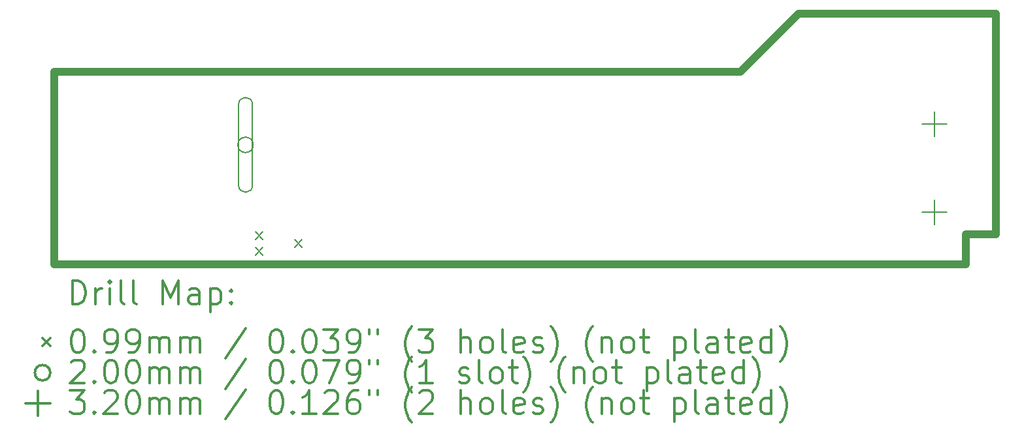
<source format=gbr>
%FSLAX45Y45*%
G04 Gerber Fmt 4.5, Leading zero omitted, Abs format (unit mm)*
G04 Created by KiCad (PCBNEW 5.1.9-73d0e3b20d~88~ubuntu20.04.1) date 2021-01-24 23:06:21*
%MOMM*%
%LPD*%
G01*
G04 APERTURE LIST*
%TA.AperFunction,Profile*%
%ADD10C,1.000000*%
%TD*%
%ADD11C,0.200000*%
%ADD12C,0.300000*%
G04 APERTURE END LIST*
D10*
X11810000Y390000D02*
X12200000Y390000D01*
X11810000Y0D02*
X11810000Y390000D01*
X0Y0D02*
X0Y2500000D01*
X12200000Y3250000D02*
X9645000Y3250000D01*
X8895000Y2500000D02*
X9645000Y3250000D01*
X0Y2500000D02*
X8895000Y2500000D01*
X12200000Y3250000D02*
X12200000Y390000D01*
X11810000Y0D02*
X0Y0D01*
D11*
X2606470Y421130D02*
X2705530Y322070D01*
X2705530Y421130D02*
X2606470Y322070D01*
X2606470Y217930D02*
X2705530Y118870D01*
X2705530Y217930D02*
X2606470Y118870D01*
X3114470Y319530D02*
X3213530Y220470D01*
X3213530Y319530D02*
X3114470Y220470D01*
X2580000Y1550000D02*
G75*
G03*
X2580000Y1550000I-100000J0D01*
G01*
X2570000Y1025000D02*
X2570000Y2075000D01*
X2390000Y1025000D02*
X2390000Y2075000D01*
X2570000Y2075000D02*
G75*
G03*
X2390000Y2075000I-90000J0D01*
G01*
X2390000Y1025000D02*
G75*
G03*
X2570000Y1025000I90000J0D01*
G01*
X11409000Y1983000D02*
X11409000Y1663000D01*
X11249000Y1823000D02*
X11569000Y1823000D01*
X11409000Y840000D02*
X11409000Y520000D01*
X11249000Y680000D02*
X11569000Y680000D01*
D12*
X236428Y-515714D02*
X236428Y-215714D01*
X307857Y-215714D01*
X350714Y-230000D01*
X379286Y-258571D01*
X393571Y-287143D01*
X407857Y-344286D01*
X407857Y-387143D01*
X393571Y-444286D01*
X379286Y-472857D01*
X350714Y-501429D01*
X307857Y-515714D01*
X236428Y-515714D01*
X536428Y-515714D02*
X536428Y-315714D01*
X536428Y-372857D02*
X550714Y-344286D01*
X565000Y-330000D01*
X593571Y-315714D01*
X622143Y-315714D01*
X722143Y-515714D02*
X722143Y-315714D01*
X722143Y-215714D02*
X707857Y-230000D01*
X722143Y-244286D01*
X736428Y-230000D01*
X722143Y-215714D01*
X722143Y-244286D01*
X907857Y-515714D02*
X879286Y-501429D01*
X865000Y-472857D01*
X865000Y-215714D01*
X1065000Y-515714D02*
X1036428Y-501429D01*
X1022143Y-472857D01*
X1022143Y-215714D01*
X1407857Y-515714D02*
X1407857Y-215714D01*
X1507857Y-430000D01*
X1607857Y-215714D01*
X1607857Y-515714D01*
X1879286Y-515714D02*
X1879286Y-358571D01*
X1865000Y-330000D01*
X1836428Y-315714D01*
X1779286Y-315714D01*
X1750714Y-330000D01*
X1879286Y-501429D02*
X1850714Y-515714D01*
X1779286Y-515714D01*
X1750714Y-501429D01*
X1736428Y-472857D01*
X1736428Y-444286D01*
X1750714Y-415714D01*
X1779286Y-401429D01*
X1850714Y-401429D01*
X1879286Y-387143D01*
X2022143Y-315714D02*
X2022143Y-615714D01*
X2022143Y-330000D02*
X2050714Y-315714D01*
X2107857Y-315714D01*
X2136428Y-330000D01*
X2150714Y-344286D01*
X2165000Y-372857D01*
X2165000Y-458571D01*
X2150714Y-487143D01*
X2136428Y-501429D01*
X2107857Y-515714D01*
X2050714Y-515714D01*
X2022143Y-501429D01*
X2293571Y-487143D02*
X2307857Y-501429D01*
X2293571Y-515714D01*
X2279286Y-501429D01*
X2293571Y-487143D01*
X2293571Y-515714D01*
X2293571Y-330000D02*
X2307857Y-344286D01*
X2293571Y-358571D01*
X2279286Y-344286D01*
X2293571Y-330000D01*
X2293571Y-358571D01*
X-149060Y-960470D02*
X-50000Y-1059530D01*
X-50000Y-960470D02*
X-149060Y-1059530D01*
X293571Y-845714D02*
X322143Y-845714D01*
X350714Y-860000D01*
X365000Y-874286D01*
X379286Y-902857D01*
X393571Y-960000D01*
X393571Y-1031429D01*
X379286Y-1088572D01*
X365000Y-1117143D01*
X350714Y-1131429D01*
X322143Y-1145714D01*
X293571Y-1145714D01*
X265000Y-1131429D01*
X250714Y-1117143D01*
X236428Y-1088572D01*
X222143Y-1031429D01*
X222143Y-960000D01*
X236428Y-902857D01*
X250714Y-874286D01*
X265000Y-860000D01*
X293571Y-845714D01*
X522143Y-1117143D02*
X536428Y-1131429D01*
X522143Y-1145714D01*
X507857Y-1131429D01*
X522143Y-1117143D01*
X522143Y-1145714D01*
X679286Y-1145714D02*
X736428Y-1145714D01*
X765000Y-1131429D01*
X779286Y-1117143D01*
X807857Y-1074286D01*
X822143Y-1017143D01*
X822143Y-902857D01*
X807857Y-874286D01*
X793571Y-860000D01*
X765000Y-845714D01*
X707857Y-845714D01*
X679286Y-860000D01*
X665000Y-874286D01*
X650714Y-902857D01*
X650714Y-974286D01*
X665000Y-1002857D01*
X679286Y-1017143D01*
X707857Y-1031429D01*
X765000Y-1031429D01*
X793571Y-1017143D01*
X807857Y-1002857D01*
X822143Y-974286D01*
X965000Y-1145714D02*
X1022143Y-1145714D01*
X1050714Y-1131429D01*
X1065000Y-1117143D01*
X1093571Y-1074286D01*
X1107857Y-1017143D01*
X1107857Y-902857D01*
X1093571Y-874286D01*
X1079286Y-860000D01*
X1050714Y-845714D01*
X993571Y-845714D01*
X965000Y-860000D01*
X950714Y-874286D01*
X936428Y-902857D01*
X936428Y-974286D01*
X950714Y-1002857D01*
X965000Y-1017143D01*
X993571Y-1031429D01*
X1050714Y-1031429D01*
X1079286Y-1017143D01*
X1093571Y-1002857D01*
X1107857Y-974286D01*
X1236428Y-1145714D02*
X1236428Y-945714D01*
X1236428Y-974286D02*
X1250714Y-960000D01*
X1279286Y-945714D01*
X1322143Y-945714D01*
X1350714Y-960000D01*
X1365000Y-988571D01*
X1365000Y-1145714D01*
X1365000Y-988571D02*
X1379286Y-960000D01*
X1407857Y-945714D01*
X1450714Y-945714D01*
X1479286Y-960000D01*
X1493571Y-988571D01*
X1493571Y-1145714D01*
X1636428Y-1145714D02*
X1636428Y-945714D01*
X1636428Y-974286D02*
X1650714Y-960000D01*
X1679286Y-945714D01*
X1722143Y-945714D01*
X1750714Y-960000D01*
X1765000Y-988571D01*
X1765000Y-1145714D01*
X1765000Y-988571D02*
X1779286Y-960000D01*
X1807857Y-945714D01*
X1850714Y-945714D01*
X1879286Y-960000D01*
X1893571Y-988571D01*
X1893571Y-1145714D01*
X2479286Y-831429D02*
X2222143Y-1217143D01*
X2865000Y-845714D02*
X2893571Y-845714D01*
X2922143Y-860000D01*
X2936428Y-874286D01*
X2950714Y-902857D01*
X2965000Y-960000D01*
X2965000Y-1031429D01*
X2950714Y-1088572D01*
X2936428Y-1117143D01*
X2922143Y-1131429D01*
X2893571Y-1145714D01*
X2865000Y-1145714D01*
X2836428Y-1131429D01*
X2822143Y-1117143D01*
X2807857Y-1088572D01*
X2793571Y-1031429D01*
X2793571Y-960000D01*
X2807857Y-902857D01*
X2822143Y-874286D01*
X2836428Y-860000D01*
X2865000Y-845714D01*
X3093571Y-1117143D02*
X3107857Y-1131429D01*
X3093571Y-1145714D01*
X3079286Y-1131429D01*
X3093571Y-1117143D01*
X3093571Y-1145714D01*
X3293571Y-845714D02*
X3322143Y-845714D01*
X3350714Y-860000D01*
X3365000Y-874286D01*
X3379286Y-902857D01*
X3393571Y-960000D01*
X3393571Y-1031429D01*
X3379286Y-1088572D01*
X3365000Y-1117143D01*
X3350714Y-1131429D01*
X3322143Y-1145714D01*
X3293571Y-1145714D01*
X3265000Y-1131429D01*
X3250714Y-1117143D01*
X3236428Y-1088572D01*
X3222143Y-1031429D01*
X3222143Y-960000D01*
X3236428Y-902857D01*
X3250714Y-874286D01*
X3265000Y-860000D01*
X3293571Y-845714D01*
X3493571Y-845714D02*
X3679286Y-845714D01*
X3579286Y-960000D01*
X3622143Y-960000D01*
X3650714Y-974286D01*
X3665000Y-988571D01*
X3679286Y-1017143D01*
X3679286Y-1088572D01*
X3665000Y-1117143D01*
X3650714Y-1131429D01*
X3622143Y-1145714D01*
X3536428Y-1145714D01*
X3507857Y-1131429D01*
X3493571Y-1117143D01*
X3822143Y-1145714D02*
X3879286Y-1145714D01*
X3907857Y-1131429D01*
X3922143Y-1117143D01*
X3950714Y-1074286D01*
X3965000Y-1017143D01*
X3965000Y-902857D01*
X3950714Y-874286D01*
X3936428Y-860000D01*
X3907857Y-845714D01*
X3850714Y-845714D01*
X3822143Y-860000D01*
X3807857Y-874286D01*
X3793571Y-902857D01*
X3793571Y-974286D01*
X3807857Y-1002857D01*
X3822143Y-1017143D01*
X3850714Y-1031429D01*
X3907857Y-1031429D01*
X3936428Y-1017143D01*
X3950714Y-1002857D01*
X3965000Y-974286D01*
X4079286Y-845714D02*
X4079286Y-902857D01*
X4193571Y-845714D02*
X4193571Y-902857D01*
X4636428Y-1260000D02*
X4622143Y-1245714D01*
X4593571Y-1202857D01*
X4579286Y-1174286D01*
X4565000Y-1131429D01*
X4550714Y-1060000D01*
X4550714Y-1002857D01*
X4565000Y-931429D01*
X4579286Y-888571D01*
X4593571Y-860000D01*
X4622143Y-817143D01*
X4636428Y-802857D01*
X4722143Y-845714D02*
X4907857Y-845714D01*
X4807857Y-960000D01*
X4850714Y-960000D01*
X4879286Y-974286D01*
X4893571Y-988571D01*
X4907857Y-1017143D01*
X4907857Y-1088572D01*
X4893571Y-1117143D01*
X4879286Y-1131429D01*
X4850714Y-1145714D01*
X4765000Y-1145714D01*
X4736428Y-1131429D01*
X4722143Y-1117143D01*
X5265000Y-1145714D02*
X5265000Y-845714D01*
X5393571Y-1145714D02*
X5393571Y-988571D01*
X5379286Y-960000D01*
X5350714Y-945714D01*
X5307857Y-945714D01*
X5279286Y-960000D01*
X5265000Y-974286D01*
X5579286Y-1145714D02*
X5550714Y-1131429D01*
X5536428Y-1117143D01*
X5522143Y-1088572D01*
X5522143Y-1002857D01*
X5536428Y-974286D01*
X5550714Y-960000D01*
X5579286Y-945714D01*
X5622143Y-945714D01*
X5650714Y-960000D01*
X5665000Y-974286D01*
X5679286Y-1002857D01*
X5679286Y-1088572D01*
X5665000Y-1117143D01*
X5650714Y-1131429D01*
X5622143Y-1145714D01*
X5579286Y-1145714D01*
X5850714Y-1145714D02*
X5822143Y-1131429D01*
X5807857Y-1102857D01*
X5807857Y-845714D01*
X6079286Y-1131429D02*
X6050714Y-1145714D01*
X5993571Y-1145714D01*
X5965000Y-1131429D01*
X5950714Y-1102857D01*
X5950714Y-988571D01*
X5965000Y-960000D01*
X5993571Y-945714D01*
X6050714Y-945714D01*
X6079286Y-960000D01*
X6093571Y-988571D01*
X6093571Y-1017143D01*
X5950714Y-1045714D01*
X6207857Y-1131429D02*
X6236428Y-1145714D01*
X6293571Y-1145714D01*
X6322143Y-1131429D01*
X6336428Y-1102857D01*
X6336428Y-1088572D01*
X6322143Y-1060000D01*
X6293571Y-1045714D01*
X6250714Y-1045714D01*
X6222143Y-1031429D01*
X6207857Y-1002857D01*
X6207857Y-988571D01*
X6222143Y-960000D01*
X6250714Y-945714D01*
X6293571Y-945714D01*
X6322143Y-960000D01*
X6436428Y-1260000D02*
X6450714Y-1245714D01*
X6479286Y-1202857D01*
X6493571Y-1174286D01*
X6507857Y-1131429D01*
X6522143Y-1060000D01*
X6522143Y-1002857D01*
X6507857Y-931429D01*
X6493571Y-888571D01*
X6479286Y-860000D01*
X6450714Y-817143D01*
X6436428Y-802857D01*
X6979286Y-1260000D02*
X6965000Y-1245714D01*
X6936428Y-1202857D01*
X6922143Y-1174286D01*
X6907857Y-1131429D01*
X6893571Y-1060000D01*
X6893571Y-1002857D01*
X6907857Y-931429D01*
X6922143Y-888571D01*
X6936428Y-860000D01*
X6965000Y-817143D01*
X6979286Y-802857D01*
X7093571Y-945714D02*
X7093571Y-1145714D01*
X7093571Y-974286D02*
X7107857Y-960000D01*
X7136428Y-945714D01*
X7179286Y-945714D01*
X7207857Y-960000D01*
X7222143Y-988571D01*
X7222143Y-1145714D01*
X7407857Y-1145714D02*
X7379286Y-1131429D01*
X7365000Y-1117143D01*
X7350714Y-1088572D01*
X7350714Y-1002857D01*
X7365000Y-974286D01*
X7379286Y-960000D01*
X7407857Y-945714D01*
X7450714Y-945714D01*
X7479286Y-960000D01*
X7493571Y-974286D01*
X7507857Y-1002857D01*
X7507857Y-1088572D01*
X7493571Y-1117143D01*
X7479286Y-1131429D01*
X7450714Y-1145714D01*
X7407857Y-1145714D01*
X7593571Y-945714D02*
X7707857Y-945714D01*
X7636428Y-845714D02*
X7636428Y-1102857D01*
X7650714Y-1131429D01*
X7679286Y-1145714D01*
X7707857Y-1145714D01*
X8036428Y-945714D02*
X8036428Y-1245714D01*
X8036428Y-960000D02*
X8065000Y-945714D01*
X8122143Y-945714D01*
X8150714Y-960000D01*
X8165000Y-974286D01*
X8179286Y-1002857D01*
X8179286Y-1088572D01*
X8165000Y-1117143D01*
X8150714Y-1131429D01*
X8122143Y-1145714D01*
X8065000Y-1145714D01*
X8036428Y-1131429D01*
X8350714Y-1145714D02*
X8322143Y-1131429D01*
X8307857Y-1102857D01*
X8307857Y-845714D01*
X8593571Y-1145714D02*
X8593571Y-988571D01*
X8579286Y-960000D01*
X8550714Y-945714D01*
X8493571Y-945714D01*
X8465000Y-960000D01*
X8593571Y-1131429D02*
X8565000Y-1145714D01*
X8493571Y-1145714D01*
X8465000Y-1131429D01*
X8450714Y-1102857D01*
X8450714Y-1074286D01*
X8465000Y-1045714D01*
X8493571Y-1031429D01*
X8565000Y-1031429D01*
X8593571Y-1017143D01*
X8693571Y-945714D02*
X8807857Y-945714D01*
X8736428Y-845714D02*
X8736428Y-1102857D01*
X8750714Y-1131429D01*
X8779286Y-1145714D01*
X8807857Y-1145714D01*
X9022143Y-1131429D02*
X8993571Y-1145714D01*
X8936428Y-1145714D01*
X8907857Y-1131429D01*
X8893571Y-1102857D01*
X8893571Y-988571D01*
X8907857Y-960000D01*
X8936428Y-945714D01*
X8993571Y-945714D01*
X9022143Y-960000D01*
X9036428Y-988571D01*
X9036428Y-1017143D01*
X8893571Y-1045714D01*
X9293571Y-1145714D02*
X9293571Y-845714D01*
X9293571Y-1131429D02*
X9265000Y-1145714D01*
X9207857Y-1145714D01*
X9179286Y-1131429D01*
X9165000Y-1117143D01*
X9150714Y-1088572D01*
X9150714Y-1002857D01*
X9165000Y-974286D01*
X9179286Y-960000D01*
X9207857Y-945714D01*
X9265000Y-945714D01*
X9293571Y-960000D01*
X9407857Y-1260000D02*
X9422143Y-1245714D01*
X9450714Y-1202857D01*
X9465000Y-1174286D01*
X9479286Y-1131429D01*
X9493571Y-1060000D01*
X9493571Y-1002857D01*
X9479286Y-931429D01*
X9465000Y-888571D01*
X9450714Y-860000D01*
X9422143Y-817143D01*
X9407857Y-802857D01*
X-50000Y-1406000D02*
G75*
G03*
X-50000Y-1406000I-100000J0D01*
G01*
X222143Y-1270286D02*
X236428Y-1256000D01*
X265000Y-1241714D01*
X336428Y-1241714D01*
X365000Y-1256000D01*
X379286Y-1270286D01*
X393571Y-1298857D01*
X393571Y-1327429D01*
X379286Y-1370286D01*
X207857Y-1541714D01*
X393571Y-1541714D01*
X522143Y-1513143D02*
X536428Y-1527429D01*
X522143Y-1541714D01*
X507857Y-1527429D01*
X522143Y-1513143D01*
X522143Y-1541714D01*
X722143Y-1241714D02*
X750714Y-1241714D01*
X779286Y-1256000D01*
X793571Y-1270286D01*
X807857Y-1298857D01*
X822143Y-1356000D01*
X822143Y-1427429D01*
X807857Y-1484571D01*
X793571Y-1513143D01*
X779286Y-1527429D01*
X750714Y-1541714D01*
X722143Y-1541714D01*
X693571Y-1527429D01*
X679286Y-1513143D01*
X665000Y-1484571D01*
X650714Y-1427429D01*
X650714Y-1356000D01*
X665000Y-1298857D01*
X679286Y-1270286D01*
X693571Y-1256000D01*
X722143Y-1241714D01*
X1007857Y-1241714D02*
X1036428Y-1241714D01*
X1065000Y-1256000D01*
X1079286Y-1270286D01*
X1093571Y-1298857D01*
X1107857Y-1356000D01*
X1107857Y-1427429D01*
X1093571Y-1484571D01*
X1079286Y-1513143D01*
X1065000Y-1527429D01*
X1036428Y-1541714D01*
X1007857Y-1541714D01*
X979286Y-1527429D01*
X965000Y-1513143D01*
X950714Y-1484571D01*
X936428Y-1427429D01*
X936428Y-1356000D01*
X950714Y-1298857D01*
X965000Y-1270286D01*
X979286Y-1256000D01*
X1007857Y-1241714D01*
X1236428Y-1541714D02*
X1236428Y-1341714D01*
X1236428Y-1370286D02*
X1250714Y-1356000D01*
X1279286Y-1341714D01*
X1322143Y-1341714D01*
X1350714Y-1356000D01*
X1365000Y-1384572D01*
X1365000Y-1541714D01*
X1365000Y-1384572D02*
X1379286Y-1356000D01*
X1407857Y-1341714D01*
X1450714Y-1341714D01*
X1479286Y-1356000D01*
X1493571Y-1384572D01*
X1493571Y-1541714D01*
X1636428Y-1541714D02*
X1636428Y-1341714D01*
X1636428Y-1370286D02*
X1650714Y-1356000D01*
X1679286Y-1341714D01*
X1722143Y-1341714D01*
X1750714Y-1356000D01*
X1765000Y-1384572D01*
X1765000Y-1541714D01*
X1765000Y-1384572D02*
X1779286Y-1356000D01*
X1807857Y-1341714D01*
X1850714Y-1341714D01*
X1879286Y-1356000D01*
X1893571Y-1384572D01*
X1893571Y-1541714D01*
X2479286Y-1227429D02*
X2222143Y-1613143D01*
X2865000Y-1241714D02*
X2893571Y-1241714D01*
X2922143Y-1256000D01*
X2936428Y-1270286D01*
X2950714Y-1298857D01*
X2965000Y-1356000D01*
X2965000Y-1427429D01*
X2950714Y-1484571D01*
X2936428Y-1513143D01*
X2922143Y-1527429D01*
X2893571Y-1541714D01*
X2865000Y-1541714D01*
X2836428Y-1527429D01*
X2822143Y-1513143D01*
X2807857Y-1484571D01*
X2793571Y-1427429D01*
X2793571Y-1356000D01*
X2807857Y-1298857D01*
X2822143Y-1270286D01*
X2836428Y-1256000D01*
X2865000Y-1241714D01*
X3093571Y-1513143D02*
X3107857Y-1527429D01*
X3093571Y-1541714D01*
X3079286Y-1527429D01*
X3093571Y-1513143D01*
X3093571Y-1541714D01*
X3293571Y-1241714D02*
X3322143Y-1241714D01*
X3350714Y-1256000D01*
X3365000Y-1270286D01*
X3379286Y-1298857D01*
X3393571Y-1356000D01*
X3393571Y-1427429D01*
X3379286Y-1484571D01*
X3365000Y-1513143D01*
X3350714Y-1527429D01*
X3322143Y-1541714D01*
X3293571Y-1541714D01*
X3265000Y-1527429D01*
X3250714Y-1513143D01*
X3236428Y-1484571D01*
X3222143Y-1427429D01*
X3222143Y-1356000D01*
X3236428Y-1298857D01*
X3250714Y-1270286D01*
X3265000Y-1256000D01*
X3293571Y-1241714D01*
X3493571Y-1241714D02*
X3693571Y-1241714D01*
X3565000Y-1541714D01*
X3822143Y-1541714D02*
X3879286Y-1541714D01*
X3907857Y-1527429D01*
X3922143Y-1513143D01*
X3950714Y-1470286D01*
X3965000Y-1413143D01*
X3965000Y-1298857D01*
X3950714Y-1270286D01*
X3936428Y-1256000D01*
X3907857Y-1241714D01*
X3850714Y-1241714D01*
X3822143Y-1256000D01*
X3807857Y-1270286D01*
X3793571Y-1298857D01*
X3793571Y-1370286D01*
X3807857Y-1398857D01*
X3822143Y-1413143D01*
X3850714Y-1427429D01*
X3907857Y-1427429D01*
X3936428Y-1413143D01*
X3950714Y-1398857D01*
X3965000Y-1370286D01*
X4079286Y-1241714D02*
X4079286Y-1298857D01*
X4193571Y-1241714D02*
X4193571Y-1298857D01*
X4636428Y-1656000D02*
X4622143Y-1641714D01*
X4593571Y-1598857D01*
X4579286Y-1570286D01*
X4565000Y-1527429D01*
X4550714Y-1456000D01*
X4550714Y-1398857D01*
X4565000Y-1327429D01*
X4579286Y-1284572D01*
X4593571Y-1256000D01*
X4622143Y-1213143D01*
X4636428Y-1198857D01*
X4907857Y-1541714D02*
X4736428Y-1541714D01*
X4822143Y-1541714D02*
X4822143Y-1241714D01*
X4793571Y-1284572D01*
X4765000Y-1313143D01*
X4736428Y-1327429D01*
X5250714Y-1527429D02*
X5279286Y-1541714D01*
X5336428Y-1541714D01*
X5365000Y-1527429D01*
X5379286Y-1498857D01*
X5379286Y-1484571D01*
X5365000Y-1456000D01*
X5336428Y-1441714D01*
X5293571Y-1441714D01*
X5265000Y-1427429D01*
X5250714Y-1398857D01*
X5250714Y-1384572D01*
X5265000Y-1356000D01*
X5293571Y-1341714D01*
X5336428Y-1341714D01*
X5365000Y-1356000D01*
X5550714Y-1541714D02*
X5522143Y-1527429D01*
X5507857Y-1498857D01*
X5507857Y-1241714D01*
X5707857Y-1541714D02*
X5679286Y-1527429D01*
X5665000Y-1513143D01*
X5650714Y-1484571D01*
X5650714Y-1398857D01*
X5665000Y-1370286D01*
X5679286Y-1356000D01*
X5707857Y-1341714D01*
X5750714Y-1341714D01*
X5779286Y-1356000D01*
X5793571Y-1370286D01*
X5807857Y-1398857D01*
X5807857Y-1484571D01*
X5793571Y-1513143D01*
X5779286Y-1527429D01*
X5750714Y-1541714D01*
X5707857Y-1541714D01*
X5893571Y-1341714D02*
X6007857Y-1341714D01*
X5936428Y-1241714D02*
X5936428Y-1498857D01*
X5950714Y-1527429D01*
X5979286Y-1541714D01*
X6007857Y-1541714D01*
X6079286Y-1656000D02*
X6093571Y-1641714D01*
X6122143Y-1598857D01*
X6136428Y-1570286D01*
X6150714Y-1527429D01*
X6165000Y-1456000D01*
X6165000Y-1398857D01*
X6150714Y-1327429D01*
X6136428Y-1284572D01*
X6122143Y-1256000D01*
X6093571Y-1213143D01*
X6079286Y-1198857D01*
X6622143Y-1656000D02*
X6607857Y-1641714D01*
X6579286Y-1598857D01*
X6565000Y-1570286D01*
X6550714Y-1527429D01*
X6536428Y-1456000D01*
X6536428Y-1398857D01*
X6550714Y-1327429D01*
X6565000Y-1284572D01*
X6579286Y-1256000D01*
X6607857Y-1213143D01*
X6622143Y-1198857D01*
X6736428Y-1341714D02*
X6736428Y-1541714D01*
X6736428Y-1370286D02*
X6750714Y-1356000D01*
X6779286Y-1341714D01*
X6822143Y-1341714D01*
X6850714Y-1356000D01*
X6865000Y-1384572D01*
X6865000Y-1541714D01*
X7050714Y-1541714D02*
X7022143Y-1527429D01*
X7007857Y-1513143D01*
X6993571Y-1484571D01*
X6993571Y-1398857D01*
X7007857Y-1370286D01*
X7022143Y-1356000D01*
X7050714Y-1341714D01*
X7093571Y-1341714D01*
X7122143Y-1356000D01*
X7136428Y-1370286D01*
X7150714Y-1398857D01*
X7150714Y-1484571D01*
X7136428Y-1513143D01*
X7122143Y-1527429D01*
X7093571Y-1541714D01*
X7050714Y-1541714D01*
X7236428Y-1341714D02*
X7350714Y-1341714D01*
X7279286Y-1241714D02*
X7279286Y-1498857D01*
X7293571Y-1527429D01*
X7322143Y-1541714D01*
X7350714Y-1541714D01*
X7679286Y-1341714D02*
X7679286Y-1641714D01*
X7679286Y-1356000D02*
X7707857Y-1341714D01*
X7765000Y-1341714D01*
X7793571Y-1356000D01*
X7807857Y-1370286D01*
X7822143Y-1398857D01*
X7822143Y-1484571D01*
X7807857Y-1513143D01*
X7793571Y-1527429D01*
X7765000Y-1541714D01*
X7707857Y-1541714D01*
X7679286Y-1527429D01*
X7993571Y-1541714D02*
X7965000Y-1527429D01*
X7950714Y-1498857D01*
X7950714Y-1241714D01*
X8236428Y-1541714D02*
X8236428Y-1384572D01*
X8222143Y-1356000D01*
X8193571Y-1341714D01*
X8136428Y-1341714D01*
X8107857Y-1356000D01*
X8236428Y-1527429D02*
X8207857Y-1541714D01*
X8136428Y-1541714D01*
X8107857Y-1527429D01*
X8093571Y-1498857D01*
X8093571Y-1470286D01*
X8107857Y-1441714D01*
X8136428Y-1427429D01*
X8207857Y-1427429D01*
X8236428Y-1413143D01*
X8336428Y-1341714D02*
X8450714Y-1341714D01*
X8379286Y-1241714D02*
X8379286Y-1498857D01*
X8393571Y-1527429D01*
X8422143Y-1541714D01*
X8450714Y-1541714D01*
X8665000Y-1527429D02*
X8636428Y-1541714D01*
X8579286Y-1541714D01*
X8550714Y-1527429D01*
X8536428Y-1498857D01*
X8536428Y-1384572D01*
X8550714Y-1356000D01*
X8579286Y-1341714D01*
X8636428Y-1341714D01*
X8665000Y-1356000D01*
X8679286Y-1384572D01*
X8679286Y-1413143D01*
X8536428Y-1441714D01*
X8936428Y-1541714D02*
X8936428Y-1241714D01*
X8936428Y-1527429D02*
X8907857Y-1541714D01*
X8850714Y-1541714D01*
X8822143Y-1527429D01*
X8807857Y-1513143D01*
X8793571Y-1484571D01*
X8793571Y-1398857D01*
X8807857Y-1370286D01*
X8822143Y-1356000D01*
X8850714Y-1341714D01*
X8907857Y-1341714D01*
X8936428Y-1356000D01*
X9050714Y-1656000D02*
X9065000Y-1641714D01*
X9093571Y-1598857D01*
X9107857Y-1570286D01*
X9122143Y-1527429D01*
X9136428Y-1456000D01*
X9136428Y-1398857D01*
X9122143Y-1327429D01*
X9107857Y-1284572D01*
X9093571Y-1256000D01*
X9065000Y-1213143D01*
X9050714Y-1198857D01*
X-210000Y-1642000D02*
X-210000Y-1962000D01*
X-370000Y-1802000D02*
X-50000Y-1802000D01*
X207857Y-1637714D02*
X393571Y-1637714D01*
X293571Y-1752000D01*
X336428Y-1752000D01*
X365000Y-1766286D01*
X379286Y-1780571D01*
X393571Y-1809143D01*
X393571Y-1880571D01*
X379286Y-1909143D01*
X365000Y-1923429D01*
X336428Y-1937714D01*
X250714Y-1937714D01*
X222143Y-1923429D01*
X207857Y-1909143D01*
X522143Y-1909143D02*
X536428Y-1923429D01*
X522143Y-1937714D01*
X507857Y-1923429D01*
X522143Y-1909143D01*
X522143Y-1937714D01*
X650714Y-1666286D02*
X665000Y-1652000D01*
X693571Y-1637714D01*
X765000Y-1637714D01*
X793571Y-1652000D01*
X807857Y-1666286D01*
X822143Y-1694857D01*
X822143Y-1723429D01*
X807857Y-1766286D01*
X636428Y-1937714D01*
X822143Y-1937714D01*
X1007857Y-1637714D02*
X1036428Y-1637714D01*
X1065000Y-1652000D01*
X1079286Y-1666286D01*
X1093571Y-1694857D01*
X1107857Y-1752000D01*
X1107857Y-1823429D01*
X1093571Y-1880571D01*
X1079286Y-1909143D01*
X1065000Y-1923429D01*
X1036428Y-1937714D01*
X1007857Y-1937714D01*
X979286Y-1923429D01*
X965000Y-1909143D01*
X950714Y-1880571D01*
X936428Y-1823429D01*
X936428Y-1752000D01*
X950714Y-1694857D01*
X965000Y-1666286D01*
X979286Y-1652000D01*
X1007857Y-1637714D01*
X1236428Y-1937714D02*
X1236428Y-1737714D01*
X1236428Y-1766286D02*
X1250714Y-1752000D01*
X1279286Y-1737714D01*
X1322143Y-1737714D01*
X1350714Y-1752000D01*
X1365000Y-1780571D01*
X1365000Y-1937714D01*
X1365000Y-1780571D02*
X1379286Y-1752000D01*
X1407857Y-1737714D01*
X1450714Y-1737714D01*
X1479286Y-1752000D01*
X1493571Y-1780571D01*
X1493571Y-1937714D01*
X1636428Y-1937714D02*
X1636428Y-1737714D01*
X1636428Y-1766286D02*
X1650714Y-1752000D01*
X1679286Y-1737714D01*
X1722143Y-1737714D01*
X1750714Y-1752000D01*
X1765000Y-1780571D01*
X1765000Y-1937714D01*
X1765000Y-1780571D02*
X1779286Y-1752000D01*
X1807857Y-1737714D01*
X1850714Y-1737714D01*
X1879286Y-1752000D01*
X1893571Y-1780571D01*
X1893571Y-1937714D01*
X2479286Y-1623429D02*
X2222143Y-2009143D01*
X2865000Y-1637714D02*
X2893571Y-1637714D01*
X2922143Y-1652000D01*
X2936428Y-1666286D01*
X2950714Y-1694857D01*
X2965000Y-1752000D01*
X2965000Y-1823429D01*
X2950714Y-1880571D01*
X2936428Y-1909143D01*
X2922143Y-1923429D01*
X2893571Y-1937714D01*
X2865000Y-1937714D01*
X2836428Y-1923429D01*
X2822143Y-1909143D01*
X2807857Y-1880571D01*
X2793571Y-1823429D01*
X2793571Y-1752000D01*
X2807857Y-1694857D01*
X2822143Y-1666286D01*
X2836428Y-1652000D01*
X2865000Y-1637714D01*
X3093571Y-1909143D02*
X3107857Y-1923429D01*
X3093571Y-1937714D01*
X3079286Y-1923429D01*
X3093571Y-1909143D01*
X3093571Y-1937714D01*
X3393571Y-1937714D02*
X3222143Y-1937714D01*
X3307857Y-1937714D02*
X3307857Y-1637714D01*
X3279286Y-1680571D01*
X3250714Y-1709143D01*
X3222143Y-1723429D01*
X3507857Y-1666286D02*
X3522143Y-1652000D01*
X3550714Y-1637714D01*
X3622143Y-1637714D01*
X3650714Y-1652000D01*
X3665000Y-1666286D01*
X3679286Y-1694857D01*
X3679286Y-1723429D01*
X3665000Y-1766286D01*
X3493571Y-1937714D01*
X3679286Y-1937714D01*
X3936428Y-1637714D02*
X3879286Y-1637714D01*
X3850714Y-1652000D01*
X3836428Y-1666286D01*
X3807857Y-1709143D01*
X3793571Y-1766286D01*
X3793571Y-1880571D01*
X3807857Y-1909143D01*
X3822143Y-1923429D01*
X3850714Y-1937714D01*
X3907857Y-1937714D01*
X3936428Y-1923429D01*
X3950714Y-1909143D01*
X3965000Y-1880571D01*
X3965000Y-1809143D01*
X3950714Y-1780571D01*
X3936428Y-1766286D01*
X3907857Y-1752000D01*
X3850714Y-1752000D01*
X3822143Y-1766286D01*
X3807857Y-1780571D01*
X3793571Y-1809143D01*
X4079286Y-1637714D02*
X4079286Y-1694857D01*
X4193571Y-1637714D02*
X4193571Y-1694857D01*
X4636428Y-2052000D02*
X4622143Y-2037714D01*
X4593571Y-1994857D01*
X4579286Y-1966286D01*
X4565000Y-1923429D01*
X4550714Y-1852000D01*
X4550714Y-1794857D01*
X4565000Y-1723429D01*
X4579286Y-1680571D01*
X4593571Y-1652000D01*
X4622143Y-1609143D01*
X4636428Y-1594857D01*
X4736428Y-1666286D02*
X4750714Y-1652000D01*
X4779286Y-1637714D01*
X4850714Y-1637714D01*
X4879286Y-1652000D01*
X4893571Y-1666286D01*
X4907857Y-1694857D01*
X4907857Y-1723429D01*
X4893571Y-1766286D01*
X4722143Y-1937714D01*
X4907857Y-1937714D01*
X5265000Y-1937714D02*
X5265000Y-1637714D01*
X5393571Y-1937714D02*
X5393571Y-1780571D01*
X5379286Y-1752000D01*
X5350714Y-1737714D01*
X5307857Y-1737714D01*
X5279286Y-1752000D01*
X5265000Y-1766286D01*
X5579286Y-1937714D02*
X5550714Y-1923429D01*
X5536428Y-1909143D01*
X5522143Y-1880571D01*
X5522143Y-1794857D01*
X5536428Y-1766286D01*
X5550714Y-1752000D01*
X5579286Y-1737714D01*
X5622143Y-1737714D01*
X5650714Y-1752000D01*
X5665000Y-1766286D01*
X5679286Y-1794857D01*
X5679286Y-1880571D01*
X5665000Y-1909143D01*
X5650714Y-1923429D01*
X5622143Y-1937714D01*
X5579286Y-1937714D01*
X5850714Y-1937714D02*
X5822143Y-1923429D01*
X5807857Y-1894857D01*
X5807857Y-1637714D01*
X6079286Y-1923429D02*
X6050714Y-1937714D01*
X5993571Y-1937714D01*
X5965000Y-1923429D01*
X5950714Y-1894857D01*
X5950714Y-1780571D01*
X5965000Y-1752000D01*
X5993571Y-1737714D01*
X6050714Y-1737714D01*
X6079286Y-1752000D01*
X6093571Y-1780571D01*
X6093571Y-1809143D01*
X5950714Y-1837714D01*
X6207857Y-1923429D02*
X6236428Y-1937714D01*
X6293571Y-1937714D01*
X6322143Y-1923429D01*
X6336428Y-1894857D01*
X6336428Y-1880571D01*
X6322143Y-1852000D01*
X6293571Y-1837714D01*
X6250714Y-1837714D01*
X6222143Y-1823429D01*
X6207857Y-1794857D01*
X6207857Y-1780571D01*
X6222143Y-1752000D01*
X6250714Y-1737714D01*
X6293571Y-1737714D01*
X6322143Y-1752000D01*
X6436428Y-2052000D02*
X6450714Y-2037714D01*
X6479286Y-1994857D01*
X6493571Y-1966286D01*
X6507857Y-1923429D01*
X6522143Y-1852000D01*
X6522143Y-1794857D01*
X6507857Y-1723429D01*
X6493571Y-1680571D01*
X6479286Y-1652000D01*
X6450714Y-1609143D01*
X6436428Y-1594857D01*
X6979286Y-2052000D02*
X6965000Y-2037714D01*
X6936428Y-1994857D01*
X6922143Y-1966286D01*
X6907857Y-1923429D01*
X6893571Y-1852000D01*
X6893571Y-1794857D01*
X6907857Y-1723429D01*
X6922143Y-1680571D01*
X6936428Y-1652000D01*
X6965000Y-1609143D01*
X6979286Y-1594857D01*
X7093571Y-1737714D02*
X7093571Y-1937714D01*
X7093571Y-1766286D02*
X7107857Y-1752000D01*
X7136428Y-1737714D01*
X7179286Y-1737714D01*
X7207857Y-1752000D01*
X7222143Y-1780571D01*
X7222143Y-1937714D01*
X7407857Y-1937714D02*
X7379286Y-1923429D01*
X7365000Y-1909143D01*
X7350714Y-1880571D01*
X7350714Y-1794857D01*
X7365000Y-1766286D01*
X7379286Y-1752000D01*
X7407857Y-1737714D01*
X7450714Y-1737714D01*
X7479286Y-1752000D01*
X7493571Y-1766286D01*
X7507857Y-1794857D01*
X7507857Y-1880571D01*
X7493571Y-1909143D01*
X7479286Y-1923429D01*
X7450714Y-1937714D01*
X7407857Y-1937714D01*
X7593571Y-1737714D02*
X7707857Y-1737714D01*
X7636428Y-1637714D02*
X7636428Y-1894857D01*
X7650714Y-1923429D01*
X7679286Y-1937714D01*
X7707857Y-1937714D01*
X8036428Y-1737714D02*
X8036428Y-2037714D01*
X8036428Y-1752000D02*
X8065000Y-1737714D01*
X8122143Y-1737714D01*
X8150714Y-1752000D01*
X8165000Y-1766286D01*
X8179286Y-1794857D01*
X8179286Y-1880571D01*
X8165000Y-1909143D01*
X8150714Y-1923429D01*
X8122143Y-1937714D01*
X8065000Y-1937714D01*
X8036428Y-1923429D01*
X8350714Y-1937714D02*
X8322143Y-1923429D01*
X8307857Y-1894857D01*
X8307857Y-1637714D01*
X8593571Y-1937714D02*
X8593571Y-1780571D01*
X8579286Y-1752000D01*
X8550714Y-1737714D01*
X8493571Y-1737714D01*
X8465000Y-1752000D01*
X8593571Y-1923429D02*
X8565000Y-1937714D01*
X8493571Y-1937714D01*
X8465000Y-1923429D01*
X8450714Y-1894857D01*
X8450714Y-1866286D01*
X8465000Y-1837714D01*
X8493571Y-1823429D01*
X8565000Y-1823429D01*
X8593571Y-1809143D01*
X8693571Y-1737714D02*
X8807857Y-1737714D01*
X8736428Y-1637714D02*
X8736428Y-1894857D01*
X8750714Y-1923429D01*
X8779286Y-1937714D01*
X8807857Y-1937714D01*
X9022143Y-1923429D02*
X8993571Y-1937714D01*
X8936428Y-1937714D01*
X8907857Y-1923429D01*
X8893571Y-1894857D01*
X8893571Y-1780571D01*
X8907857Y-1752000D01*
X8936428Y-1737714D01*
X8993571Y-1737714D01*
X9022143Y-1752000D01*
X9036428Y-1780571D01*
X9036428Y-1809143D01*
X8893571Y-1837714D01*
X9293571Y-1937714D02*
X9293571Y-1637714D01*
X9293571Y-1923429D02*
X9265000Y-1937714D01*
X9207857Y-1937714D01*
X9179286Y-1923429D01*
X9165000Y-1909143D01*
X9150714Y-1880571D01*
X9150714Y-1794857D01*
X9165000Y-1766286D01*
X9179286Y-1752000D01*
X9207857Y-1737714D01*
X9265000Y-1737714D01*
X9293571Y-1752000D01*
X9407857Y-2052000D02*
X9422143Y-2037714D01*
X9450714Y-1994857D01*
X9465000Y-1966286D01*
X9479286Y-1923429D01*
X9493571Y-1852000D01*
X9493571Y-1794857D01*
X9479286Y-1723429D01*
X9465000Y-1680571D01*
X9450714Y-1652000D01*
X9422143Y-1609143D01*
X9407857Y-1594857D01*
M02*

</source>
